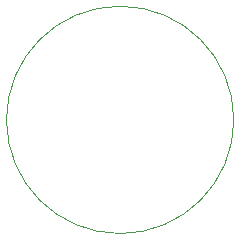
<source format=gbr>
G04 #@! TF.GenerationSoftware,KiCad,Pcbnew,5.1.5-52549c5~86~ubuntu16.04.1*
G04 #@! TF.CreationDate,2020-07-29T15:08:35+05:30*
G04 #@! TF.ProjectId,MQxx Gas Sensor V1.0,4d517878-2047-4617-9320-53656e736f72,V1.0*
G04 #@! TF.SameCoordinates,Original*
G04 #@! TF.FileFunction,Legend,Bot*
G04 #@! TF.FilePolarity,Positive*
%FSLAX46Y46*%
G04 Gerber Fmt 4.6, Leading zero omitted, Abs format (unit mm)*
G04 Created by KiCad (PCBNEW 5.1.5-52549c5~86~ubuntu16.04.1) date 2020-07-29 15:08:35*
%MOMM*%
%LPD*%
G04 APERTURE LIST*
%ADD10C,0.120000*%
G04 APERTURE END LIST*
D10*
X146335000Y-88958000D02*
G75*
G03X146335000Y-88958000I-9625000J0D01*
G01*
M02*

</source>
